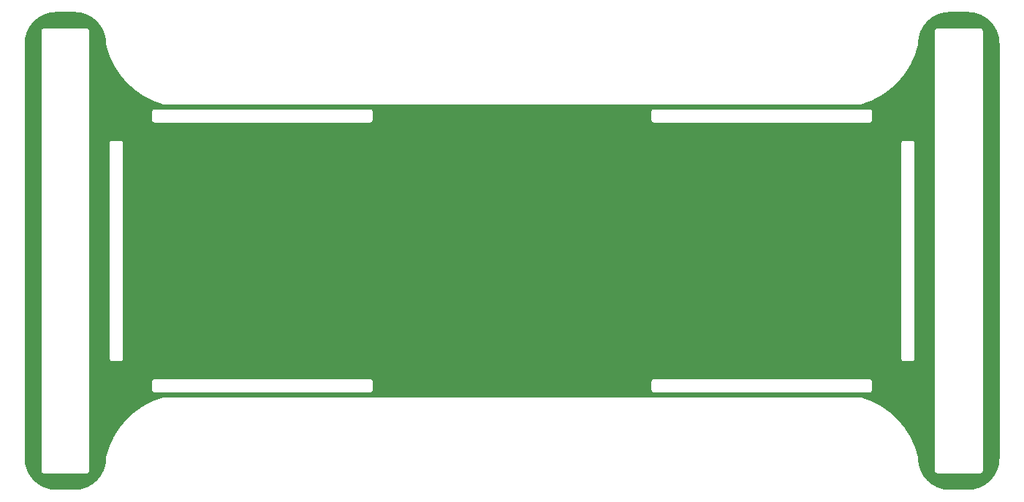
<source format=gtl>
G04 Layer: TopLayer*
G04 EasyEDA Pro v1.7.27, 2022-09-03 12:36:33*
G04 Gerber Generator version 0.3*
G04 Scale: 100 percent, Rotated: No, Reflected: No*
G04 Dimensions in millimeters*
G04 Leading zeros omitted, absolute positions, 3 integers and 3 decimals*
%FSLAX33Y33*%
%MOMM*%
%ADD999C,0.2032*%
G75*


G04 Copper Start*
G36*
G01X100155Y-10356D02*
G02X100045Y-10354I0J3585D01*
G01X100034D01*
G01X98194Y-10356D01*
G03X98158Y-10354I-36J-356D01*
G01X98147D01*
G02X98037Y-10356I-110J3583D01*
G02X94452Y-6771I0J3585D01*
G02X94454Y-6659I3585J0D01*
G01Y-6648D01*
G03X94444Y-6564I-358J0D01*
G03X87814Y344I-9253J-2246D01*
G03X87715Y358I-99J-344D01*
G01X6987D01*
G01X6985D01*
G03X6886Y344I0J-358D01*
G03X256Y-6564I2623J-9154D01*
G03X246Y-6648I348J-84D01*
G01Y-6659D01*
G02X248Y-6771I-3583J-112D01*
G02X-3337Y-10356I-3585J0D01*
G02X-3447Y-10354I0J3585D01*
G01X-3458D01*
G03X-3494Y-10356I0J-358D01*
G01X-5334Y-10354D01*
G01X-5345D01*
G02X-5455Y-10356I-110J3583D01*
G02X-9040Y-6771I0J3585D01*
G02X-9038Y-6659I3585J0D01*
G01Y-6648D01*
G03X-9040Y-6611I-358J0D01*
G01Y41111D01*
G03X-9038Y41148I-356J37D01*
G01Y41151D01*
G01Y41154D01*
G01X-9040Y41274D01*
G02X-5455Y44856I3585J-3D01*
G02X-5345Y44854I0J-3585D01*
G01X-5334D01*
G01X-3494Y44856D01*
G03X-3458Y44854I36J356D01*
G01X-3447D01*
G02X-3337Y44856I110J-3583D01*
G02X248Y41271I0J-3585D01*
G02X246Y41159I-3585J0D01*
G01Y41148D01*
G03X256Y41064I358J0D01*
G03X6886Y34156I9253J2246D01*
G03X6985Y34142I99J344D01*
G01X87713D01*
G01X87715D01*
G03X87814Y34156I0J358D01*
G03X94444Y41064I-2623J9154D01*
G03X94454Y41148I-348J84D01*
G01Y41159D01*
G02X94452Y41271I3583J112D01*
G02X98037Y44856I3585J0D01*
G02X98147Y44854I0J-3585D01*
G01X98158D01*
G03X98194Y44856I0J358D01*
G01X100034Y44854D01*
G01X100045D01*
G02X100155Y44856I110J-3583D01*
G02X103740Y41271I0J-3585D01*
G02X103738Y41159I-3585J0D01*
G01Y41148D01*
G03X103740Y41111I358J0D01*
G01Y-6611D01*
G03X103738Y-6648I356J-37D01*
G01Y-6651D01*
G01Y-6654D01*
G01X103740Y-6774D01*
G02X100155Y-10356I-3585J3D01*
G37*
%LPC*%
G36*
G01X101596Y-8608D02*
G03X101955Y-8250I0J358D01*
G01Y42750D01*
G03X101596Y43108I-358J0D01*
G01X96596D01*
G03X96238Y42750I0J-358D01*
G01Y-8250D01*
G03X96596Y-8608I358J0D01*
G01X101596D01*
G37*
G36*
G01X-7255Y-8250D02*
G03X-6896Y-8608I358J0D01*
G01X-1896D01*
G03X-1538Y-8250I0J358D01*
G01Y42750D01*
G03X-1896Y43108I-358J0D01*
G01X-6896D01*
G03X-7255Y42750I0J-358D01*
G01Y-8250D01*
G37*
G36*
G01X92342Y4750D02*
G03X92700Y4392I358J0D01*
G01X93700D01*
G03X94058Y4750I0J358D01*
G01Y29750D01*
G03X93700Y30108I-358J0D01*
G01X92700D01*
G03X92342Y29750I0J-358D01*
G01Y4750D01*
G37*
G36*
G01X88775Y756D02*
G03X89133Y1114I0J358D01*
G01Y2114D01*
G03X88775Y2472I-358J0D01*
G01X63775D01*
G03X63417Y2114I0J-358D01*
G01Y1114D01*
G03X63775Y756I358J0D01*
G01X88775D01*
G37*
G36*
G01X30925Y756D02*
G03X31283Y1114I0J358D01*
G01Y2114D01*
G03X30925Y2472I-358J0D01*
G01X5925D01*
G03X5567Y2114I0J-358D01*
G01Y1114D01*
G03X5925Y756I358J0D01*
G01X30925D01*
G37*
G36*
G01X642Y4750D02*
G03X1000Y4392I358J0D01*
G01X2000D01*
G03X2358Y4750I0J358D01*
G01Y29750D01*
G03X2000Y30108I-358J0D01*
G01X1000D01*
G03X642Y29750I0J-358D01*
G01Y4750D01*
G37*
G36*
G01X63417Y32386D02*
G03X63775Y32028I358J0D01*
G01X88775D01*
G03X89133Y32386I0J358D01*
G01Y33386D01*
G03X88775Y33744I-358J0D01*
G01X63775D01*
G03X63417Y33386I0J-358D01*
G01Y32386D01*
G37*
G36*
G01X5567Y32386D02*
G03X5925Y32028I358J0D01*
G01X30925D01*
G03X31283Y32386I0J358D01*
G01Y33386D01*
G03X30925Y33744I-358J0D01*
G01X5925D01*
G03X5567Y33386I0J-358D01*
G01Y32386D01*
G37*
%LPD*%
G54D999*
G01X100155Y-10356D02*
G02X100045Y-10354I0J3585D01*
G01X100034D01*
G01X98194Y-10356D01*
G03X98158Y-10354I-36J-356D01*
G01X98147D01*
G02X98037Y-10356I-110J3583D01*
G02X94452Y-6771I0J3585D01*
G02X94454Y-6659I3585J0D01*
G01Y-6648D01*
G03X94444Y-6564I-358J0D01*
G03X87814Y344I-9253J-2246D01*
G03X87715Y358I-99J-344D01*
G01X6987D01*
G01X6985D01*
G03X6886Y344I0J-358D01*
G03X256Y-6564I2623J-9154D01*
G03X246Y-6648I348J-84D01*
G01Y-6659D01*
G02X248Y-6771I-3583J-112D01*
G02X-3337Y-10356I-3585J0D01*
G02X-3447Y-10354I0J3585D01*
G01X-3458D01*
G03X-3494Y-10356I0J-358D01*
G01X-5334Y-10354D01*
G01X-5345D01*
G02X-5455Y-10356I-110J3583D01*
G02X-9040Y-6771I0J3585D01*
G02X-9038Y-6659I3585J0D01*
G01Y-6648D01*
G03X-9040Y-6611I-358J0D01*
G01Y41111D01*
G03X-9038Y41148I-356J37D01*
G01Y41151D01*
G01Y41154D01*
G01X-9040Y41274D01*
G02X-5455Y44856I3585J-3D01*
G02X-5345Y44854I0J-3585D01*
G01X-5334D01*
G01X-3494Y44856D01*
G03X-3458Y44854I36J356D01*
G01X-3447D01*
G02X-3337Y44856I110J-3583D01*
G02X248Y41271I0J-3585D01*
G02X246Y41159I-3585J0D01*
G01Y41148D01*
G03X256Y41064I358J0D01*
G03X6886Y34156I9253J2246D01*
G03X6985Y34142I99J344D01*
G01X87713D01*
G01X87715D01*
G03X87814Y34156I0J358D01*
G03X94444Y41064I-2623J9154D01*
G03X94454Y41148I-348J84D01*
G01Y41159D01*
G02X94452Y41271I3583J112D01*
G02X98037Y44856I3585J0D01*
G02X98147Y44854I0J-3585D01*
G01X98158D01*
G03X98194Y44856I0J358D01*
G01X100034Y44854D01*
G01X100045D01*
G02X100155Y44856I110J-3583D01*
G02X103740Y41271I0J-3585D01*
G02X103738Y41159I-3585J0D01*
G01Y41148D01*
G03X103740Y41111I358J0D01*
G01Y-6611D01*
G03X103738Y-6648I356J-37D01*
G01Y-6651D01*
G01Y-6654D01*
G01X103740Y-6774D01*
G02X100155Y-10356I-3585J3D01*
G01X101596Y-8608D02*
G03X101955Y-8250I0J358D01*
G01Y42750D01*
G03X101596Y43108I-358J0D01*
G01X96596D01*
G03X96238Y42750I0J-358D01*
G01Y-8250D01*
G03X96596Y-8608I358J0D01*
G01X101596D01*
G01X-7255Y-8250D02*
G03X-6896Y-8608I358J0D01*
G01X-1896D01*
G03X-1538Y-8250I0J358D01*
G01Y42750D01*
G03X-1896Y43108I-358J0D01*
G01X-6896D01*
G03X-7255Y42750I0J-358D01*
G01Y-8250D01*
G01X92342Y4750D02*
G03X92700Y4392I358J0D01*
G01X93700D01*
G03X94058Y4750I0J358D01*
G01Y29750D01*
G03X93700Y30108I-358J0D01*
G01X92700D01*
G03X92342Y29750I0J-358D01*
G01Y4750D01*
G01X88775Y756D02*
G03X89133Y1114I0J358D01*
G01Y2114D01*
G03X88775Y2472I-358J0D01*
G01X63775D01*
G03X63417Y2114I0J-358D01*
G01Y1114D01*
G03X63775Y756I358J0D01*
G01X88775D01*
G01X30925Y756D02*
G03X31283Y1114I0J358D01*
G01Y2114D01*
G03X30925Y2472I-358J0D01*
G01X5925D01*
G03X5567Y2114I0J-358D01*
G01Y1114D01*
G03X5925Y756I358J0D01*
G01X30925D01*
G01X642Y4750D02*
G03X1000Y4392I358J0D01*
G01X2000D01*
G03X2358Y4750I0J358D01*
G01Y29750D01*
G03X2000Y30108I-358J0D01*
G01X1000D01*
G03X642Y29750I0J-358D01*
G01Y4750D01*
G01X63417Y32386D02*
G03X63775Y32028I358J0D01*
G01X88775D01*
G03X89133Y32386I0J358D01*
G01Y33386D01*
G03X88775Y33744I-358J0D01*
G01X63775D01*
G03X63417Y33386I0J-358D01*
G01Y32386D01*
G01X5567Y32386D02*
G03X5925Y32028I358J0D01*
G01X30925D01*
G03X31283Y32386I0J358D01*
G01Y33386D01*
G03X30925Y33744I-358J0D01*
G01X5925D01*
G03X5567Y33386I0J-358D01*
G01Y32386D01*
G04 Copper End*

M02*

</source>
